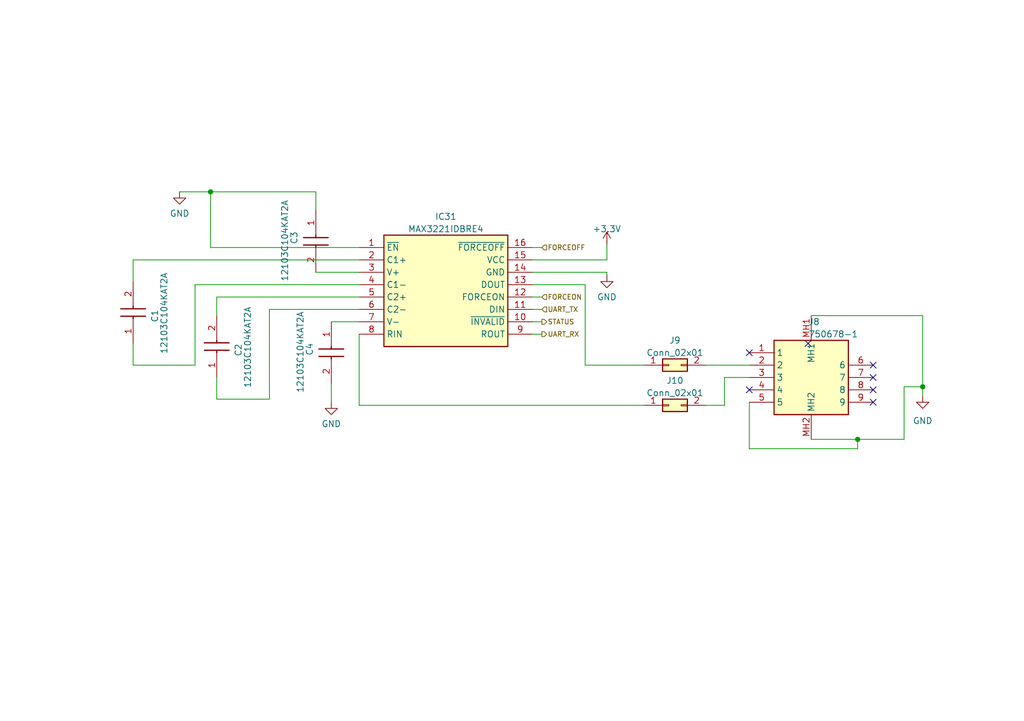
<source format=kicad_sch>
(kicad_sch (version 20230121) (generator eeschema)
  (paper "A5")
  (title_block (date "2023-04-23") (rev "1") (company "UPB - FIIR - Roboți și sisteme de producție") (comment 1 "Alexandru-Ioan Anastasiu"))
  (lib_symbols
    (symbol "12103C104KAT2A:12103C104KAT2A" (pin_names hide)
      (property "Reference" "C" (at 8.89 6.35 0))
      (property "Value" "12103C104KAT2A" (at 8.89 3.81 0))
      (symbol "12103C104KAT2A_1_1"
        (polyline (pts (xy 5.08 0) (xy 5.588 0)) (stroke (width 0.254)))
        (polyline (pts (xy 5.588 2.54) (xy 5.588 -2.54)) (stroke (width 0.254)))
        (polyline (pts (xy 7.112 0) (xy 7.62 0)) (stroke (width 0.254)))
        (polyline (pts (xy 7.112 2.54) (xy 7.112 -2.54)) (stroke (width 0.254)))
        (pin passive line (at 0 0 0) (length 5.08) (name "1") (number "1"))
        (pin passive line (at 12.7 0 180) (length 5.08) (name "2") (number "2"))
      )
    )
    (symbol "750678-1:750678-1"
      (property "Reference" "J" (at 21.59 12.7 0))
      (property "Value" "750678-1" (at 21.59 10.16 0))
      (symbol "750678-1_1_1"
        (rectangle (start 5.08 7.62) (end 20.32 -7.62) (stroke (width 0.254)) (fill (type background)))
        (pin passive line (at 17.78 12.7 270) (length 5.08) (name "1") (number "1"))
        (pin passive line (at 15.24 12.7 270) (length 5.08) (name "2") (number "2"))
        (pin passive line (at 12.7 12.7 270) (length 5.08) (name "3") (number "3"))
        (pin passive line (at 10.16 12.7 270) (length 5.08) (name "4") (number "4"))
        (pin passive line (at 7.62 12.7 270) (length 5.08) (name "5") (number "5"))
        (pin passive line (at 15.24 -12.7 90) (length 5.08) (name "6") (number "6"))
        (pin passive line (at 12.7 -12.7 90) (length 5.08) (name "7") (number "7"))
        (pin passive line (at 10.16 -12.7 90) (length 5.08) (name "8") (number "8"))
        (pin passive line (at 7.62 -12.7 90) (length 5.08) (name "9") (number "9"))
        (pin passive line (at 25.4 0 180) (length 5.08) (name "MH1") (number "MH1"))
        (pin passive line (at 0 0 0) (length 5.08) (name "MH2") (number "MH2"))
      )
    )
    (symbol "Connector_Generic:Conn_02x01" (pin_names (offset 1.016) hide)
      (property "Reference" "J" (at 1.27 2.54 0))
      (property "Value" "Conn_02x01" (at 1.27 -2.54 0))
      (symbol "Conn_02x01_1_1"
        (rectangle (start -1.27 0.127) (end 0 -0.127) (stroke (width 0.1524)))
        (rectangle (start -1.27 1.27) (end 3.81 -1.27) (stroke (width 0.254)) (fill (type background)))
        (rectangle (start 3.81 0.127) (end 2.54 -0.127) (stroke (width 0.1524)))
        (pin passive line (at -5.08 0 0) (length 3.81) (name "Pin_1") (number "1"))
        (pin passive line (at 7.62 0 180) (length 3.81) (name "Pin_2") (number "2"))
      )
    )
    (symbol "MAX3221IDBRE4:MAX3221IDBRE4"
      (property "Reference" "IC" (at 31.75 7.62 0))
      (property "Value" "MAX3221IDBRE4" (at 31.75 5.08 0))
      (symbol "MAX3221IDBRE4_1_1"
        (rectangle (start 5.08 2.54) (end 30.48 -20.32) (stroke (width 0.254)) (fill (type background)))
        (pin passive line (at 0 0 0) (length 5.08) (name "~{EN}") (number "1"))
        (pin passive line (at 35.56 -15.24 180) (length 5.08) (name "~{INVALID}") (number "10"))
        (pin passive line (at 35.56 -12.7 180) (length 5.08) (name "DIN") (number "11"))
        (pin passive line (at 35.56 -10.16 180) (length 5.08) (name "FORCEON") (number "12"))
        (pin passive line (at 35.56 -7.62 180) (length 5.08) (name "DOUT") (number "13"))
        (pin passive line (at 35.56 -5.08 180) (length 5.08) (name "GND") (number "14"))
        (pin passive line (at 35.56 -2.54 180) (length 5.08) (name "VCC") (number "15"))
        (pin passive line (at 35.56 0 180) (length 5.08) (name "~{FORCEOFF}") (number "16"))
        (pin passive line (at 0 -2.54 0) (length 5.08) (name "C1+") (number "2"))
        (pin passive line (at 0 -5.08 0) (length 5.08) (name "V+") (number "3"))
        (pin passive line (at 0 -7.62 0) (length 5.08) (name "C1-") (number "4"))
        (pin passive line (at 0 -10.16 0) (length 5.08) (name "C2+") (number "5"))
        (pin passive line (at 0 -12.7 0) (length 5.08) (name "C2-") (number "6"))
        (pin passive line (at 0 -15.24 0) (length 5.08) (name "V-") (number "7"))
        (pin passive line (at 0 -17.78 0) (length 5.08) (name "RIN") (number "8"))
        (pin passive line (at 35.56 -17.78 180) (length 5.08) (name "ROUT") (number "9"))
      )
    )
    (symbol "power:+3.3V" (power) (pin_names (offset 0))
      (property "Value" "+3.3V" (at 0 3.556 0))
      (symbol "+3.3V_0_1"
        (polyline (pts (xy -0.762 1.27) (xy 0 2.54)))
        (polyline (pts (xy 0 0) (xy 0 2.54)))
        (polyline (pts (xy 0 2.54) (xy 0.762 1.27)))
      )
      (symbol "+3.3V_1_1"
        (pin power_in line (at 0 0 90) (length 0) hide (name "+3.3V") (number "1"))
      )
    )
    (symbol "power:GND" (power) (pin_names (offset 0))
      (property "Value" "GND" (at 0 -3.81 0))
      (symbol "GND_0_1"
        (polyline (pts (xy 0 0) (xy 0 -1.27) (xy 1.27 -1.27) (xy 0 -2.54) (xy -1.27 -1.27) (xy 0 -1.27)))
      )
      (symbol "GND_1_1"
        (pin power_in line (at 0 0 270) (length 0) hide (name "GND") (number "1"))
      )
    )
  )
  (junction (at 43.18 39.37))
  (junction (at 189.23 79.375))
  (junction (at 175.895 90.17))
  (no_connect (at 179.07 74.93))
  (no_connect (at 153.67 72.39))
  (no_connect (at 153.67 80.01))
  (no_connect (at 179.07 82.55))
  (no_connect (at 165.735 70.485))
  (no_connect (at 179.07 80.01))
  (no_connect (at 179.07 77.47))
  (wire (pts (xy 55.245 81.915) (xy 44.45 81.915)))
  (wire (pts (xy 120.015 58.42) (xy 120.015 74.93)))
  (wire (pts (xy 148.59 77.47) (xy 148.59 83.185)))
  (wire (pts (xy 185.42 90.17) (xy 185.42 79.375)))
  (wire (pts (xy 44.45 60.96) (xy 44.45 64.77)))
  (wire (pts (xy 55.245 81.915) (xy 55.245 63.5)))
  (wire (pts (xy 109.22 53.34) (xy 124.46 53.34)))
  (wire (pts (xy 43.18 39.37) (xy 36.83 39.37)))
  (wire (pts (xy 153.67 82.55) (xy 153.67 92.075)))
  (wire (pts (xy 120.015 74.93) (xy 132.08 74.93)))
  (wire (pts (xy 73.66 58.42) (xy 40.005 58.42)))
  (wire (pts (xy 109.22 66.04) (xy 111.125 66.04)))
  (wire (pts (xy 124.46 50.165) (xy 124.46 53.34)))
  (wire (pts (xy 109.22 55.88) (xy 124.46 55.88)))
  (wire (pts (xy 148.59 83.185) (xy 144.78 83.185)))
  (wire (pts (xy 175.895 90.17) (xy 185.42 90.17)))
  (wire (pts (xy 189.23 79.375) (xy 189.23 81.28)))
  (wire (pts (xy 175.895 90.17) (xy 175.895 92.075)))
  (wire (pts (xy 67.945 78.74) (xy 67.945 82.55)))
  (wire (pts (xy 43.18 39.37) (xy 43.18 50.8)))
  (wire (pts (xy 73.66 68.58) (xy 73.66 83.185)))
  (wire (pts (xy 27.305 53.34) (xy 27.305 57.785)))
  (wire (pts (xy 67.945 66.04) (xy 73.66 66.04)))
  (wire (pts (xy 40.005 58.42) (xy 40.005 74.93)))
  (wire (pts (xy 111.125 63.5) (xy 109.22 63.5)))
  (wire (pts (xy 109.22 58.42) (xy 120.015 58.42)))
  (wire (pts (xy 124.46 55.88) (xy 124.46 56.515)))
  (wire (pts (xy 73.66 60.96) (xy 44.45 60.96)))
  (wire (pts (xy 64.77 39.37) (xy 43.18 39.37)))
  (wire (pts (xy 166.37 90.17) (xy 175.895 90.17)))
  (wire (pts (xy 111.125 68.58) (xy 109.22 68.58)))
  (wire (pts (xy 185.42 79.375) (xy 189.23 79.375)))
  (wire (pts (xy 55.245 63.5) (xy 73.66 63.5)))
  (wire (pts (xy 109.22 50.8) (xy 111.125 50.8)))
  (wire (pts (xy 153.67 92.075) (xy 175.895 92.075)))
  (wire (pts (xy 27.305 74.93) (xy 27.305 70.485)))
  (wire (pts (xy 132.08 83.185) (xy 73.66 83.185)))
  (wire (pts (xy 44.45 81.915) (xy 44.45 77.47)))
  (wire (pts (xy 73.66 53.34) (xy 27.305 53.34)))
  (wire (pts (xy 153.67 77.47) (xy 148.59 77.47)))
  (wire (pts (xy 40.005 74.93) (xy 27.305 74.93)))
  (wire (pts (xy 166.37 64.77) (xy 189.23 64.77)))
  (wire (pts (xy 109.22 60.96) (xy 111.125 60.96)))
  (wire (pts (xy 64.77 55.88) (xy 73.66 55.88)))
  (wire (pts (xy 189.23 64.77) (xy 189.23 79.375)))
  (wire (pts (xy 144.78 74.93) (xy 153.67 74.93)))
  (wire (pts (xy 64.77 43.18) (xy 64.77 39.37)))
  (wire (pts (xy 43.18 50.8) (xy 73.66 50.8)))
  (hierarchical_label "FORCEON" (shape input) (at 111.125 60.96 0) (effects (font (size 1 1))))
  (hierarchical_label "UART_RX" (shape output) (at 111.125 68.58 0) (effects (font (size 1 1))))
  (hierarchical_label "FORCEOFF" (shape input) (at 111.125 50.8 0) (effects (font (size 1 1))))
  (hierarchical_label "STATUS" (shape output) (at 111.125 66.04 0) (effects (font (size 1 1))))
  (hierarchical_label "UART_TX" (shape input) (at 111.125 63.5 0) (effects (font (size 1 1))))
  (symbol (lib_id "power:+3.3V") (at 124.46 50.165 0) (unit 1)
    (property "Reference" "#PWR078" (effects hide))
    (property "Value" "+3.3V" (at 124.46 46.99 0))
  )
  (symbol (lib_id "12103C104KAT2A:12103C104KAT2A") (at 64.77 43.18 270) (unit 1)
    (property "Reference" "C3" (at 60.325 50.165 0) (effects (justify right)))
    (property "Value" "12103C104KAT2A" (at 58.42 57.785 0) (effects (justify right)))
    (property "Footprint" "12103C104KAT2A:CAPC3325X94N" (effects hide))
    (property "Datasheet" "https://spicat.kyocera-avx.com/product/mlcc/chartview/12103C104KAT2A/DataSheet/X7R" (effects hide))
    (property "Height" "0.94" (effects hide))
    (property "Mouser Part Number" "581-12103C104KAT2A" (effects hide))
    (property "Mouser Price/Stock" "https://www.mouser.com/ProductDetail/KYOCERA-AVX/12103C104KAT2A?qs=dphvWaqby2E6/NcYQlvyEQ==" (effects hide))
    (property "Manufacturer_Name" "AVX" (effects hide))
    (property "Manufacturer_Part_Number" "12103C104KAT2A" (effects hide))
  )
  (symbol (lib_id "power:GND") (at 36.83 39.37 0) (unit 1)
    (property "Reference" "#PWR082" (effects hide))
    (property "Value" "GND" (at 36.83 43.815 0))
  )
  (symbol (lib_id "12103C104KAT2A:12103C104KAT2A") (at 27.305 70.485 90) (unit 1)
    (property "Reference" "C1" (at 31.75 63.5 0) (effects (justify right)))
    (property "Value" "12103C104KAT2A" (at 33.655 55.88 0) (effects (justify right)))
    (property "Footprint" "12103C104KAT2A:CAPC3325X94N" (effects hide))
    (property "Datasheet" "https://spicat.kyocera-avx.com/product/mlcc/chartview/12103C104KAT2A/DataSheet/X7R" (effects hide))
    (property "Height" "0.94" (effects hide))
    (property "Mouser Part Number" "581-12103C104KAT2A" (effects hide))
    (property "Mouser Price/Stock" "https://www.mouser.com/ProductDetail/KYOCERA-AVX/12103C104KAT2A?qs=dphvWaqby2E6/NcYQlvyEQ==" (effects hide))
    (property "Manufacturer_Name" "AVX" (effects hide))
    (property "Manufacturer_Part_Number" "12103C104KAT2A" (effects hide))
  )
  (symbol (lib_id "power:GND") (at 124.46 56.515 0) (unit 1)
    (property "Reference" "#PWR0115" (effects hide))
    (property "Value" "GND" (at 124.46 60.96 0))
  )
  (symbol (lib_id "750678-1:750678-1") (at 166.37 90.17 90) (unit 1)
    (property "Reference" "J8" (at 165.7603 66.04 90) (effects (justify right)))
    (property "Value" "750678-1" (at 165.7603 68.58 90) (effects (justify right)))
    (property "Footprint" "750678-1:7506781" (effects hide))
    (property "Datasheet" "https://www.te.com/commerce/DocumentDelivery/DDEController?Action=showdoc&DocId=Customer+Drawing%7F750678%7FJ%7Fpdf%7FEnglish%7FENG_CD_750678_J.pdf%7F750678-1" (effects hide))
    (property "Height" "14.71" (effects hide))
    (property "Mouser Part Number" "571-7506781" (effects hide))
    (property "Mouser Price/Stock" "https://www.mouser.co.uk/ProductDetail/TE-Connectivity/750678-1?qs=d5w0Orft5ToNQPwAt933DQ%3D%3D" (effects hide))
    (property "Manufacturer_Name" "TE Connectivity" (effects hide))
    (property "Manufacturer_Part_Number" "750678-1" (effects hide))
  )
  (symbol (lib_id "12103C104KAT2A:12103C104KAT2A") (at 67.945 66.04 270) (unit 1)
    (property "Reference" "C4" (at 63.5 73.025 0) (effects (justify right)))
    (property "Value" "12103C104KAT2A" (at 61.595 80.645 0) (effects (justify right)))
    (property "Footprint" "12103C104KAT2A:CAPC3325X94N" (effects hide))
    (property "Datasheet" "https://spicat.kyocera-avx.com/product/mlcc/chartview/12103C104KAT2A/DataSheet/X7R" (effects hide))
    (property "Height" "0.94" (effects hide))
    (property "Mouser Part Number" "581-12103C104KAT2A" (effects hide))
    (property "Mouser Price/Stock" "https://www.mouser.com/ProductDetail/KYOCERA-AVX/12103C104KAT2A?qs=dphvWaqby2E6/NcYQlvyEQ==" (effects hide))
    (property "Manufacturer_Name" "AVX" (effects hide))
    (property "Manufacturer_Part_Number" "12103C104KAT2A" (effects hide))
  )
  (symbol (lib_id "power:GND") (at 67.945 82.55 0) (unit 1)
    (property "Reference" "#PWR083" (effects hide))
    (property "Value" "GND" (at 67.945 86.995 0))
  )
  (symbol (lib_id "MAX3221IDBRE4:MAX3221IDBRE4") (at 73.66 50.8 0) (unit 1)
    (property "Reference" "IC31" (at 91.44 44.45 0))
    (property "Value" "MAX3221IDBRE4" (at 91.44 46.99 0))
    (property "Footprint" "MAX3221IDBRE4:SOP65P780X200-16N" (effects hide))
    (property "Datasheet" "https://www.ti.com/lit/ds/symlink/max3221.pdf?HQS=dis-dk-null-digikeymode-dsf-pf-null-wwe&ts=1633688559087&ref_url=https%253A%252F%252Fwww.ti.com%252Fgeneral%252Fdocs%252Fsuppproductinfo.tsp%253FdistId%253D10%2526gotoUrl%253Dhttps%253A%252F%252Fwww.ti.com" (effects hide))
    (property "Height" "2" (effects hide))
    (property "Mouser Part Number" "595-MAX3221IDBRE4" (effects hide))
    (property "Mouser Price/Stock" "https://www.mouser.co.uk/ProductDetail/Texas-Instruments/MAX3221IDBRE4?qs=paYhMW8qfivuR7amYjyjVg%3D%3D" (effects hide))
    (property "Manufacturer_Name" "Texas Instruments" (effects hide))
    (property "Manufacturer_Part_Number" "MAX3221IDBRE4" (effects hide))
  )
  (symbol (lib_id "Connector_Generic:Conn_02x01") (at 137.16 83.185 0) (unit 1)
    (property "Reference" "J10" (at 138.43 78.105 0))
    (property "Value" "Conn_02x01" (at 138.43 80.645 0))
    (property "Footprint" "Connector_PinHeader_2.54mm:PinHeader_2x01_P2.54mm_Vertical" (effects hide))
  )
  (symbol (lib_id "Connector_Generic:Conn_02x01") (at 137.16 74.93 0) (unit 1)
    (property "Reference" "J9" (at 138.43 69.85 0))
    (property "Value" "Conn_02x01" (at 138.43 72.39 0))
    (property "Footprint" "Connector_PinHeader_2.54mm:PinHeader_2x01_P2.54mm_Vertical" (effects hide))
  )
  (symbol (lib_id "12103C104KAT2A:12103C104KAT2A") (at 44.45 77.47 90) (unit 1)
    (property "Reference" "C2" (at 48.895 70.485 0) (effects (justify right)))
    (property "Value" "12103C104KAT2A" (at 50.8 62.865 0) (effects (justify right)))
    (property "Footprint" "12103C104KAT2A:CAPC3325X94N" (effects hide))
    (property "Datasheet" "https://spicat.kyocera-avx.com/product/mlcc/chartview/12103C104KAT2A/DataSheet/X7R" (effects hide))
    (property "Height" "0.94" (effects hide))
    (property "Mouser Part Number" "581-12103C104KAT2A" (effects hide))
    (property "Mouser Price/Stock" "https://www.mouser.com/ProductDetail/KYOCERA-AVX/12103C104KAT2A?qs=dphvWaqby2E6/NcYQlvyEQ==" (effects hide))
    (property "Manufacturer_Name" "AVX" (effects hide))
    (property "Manufacturer_Part_Number" "12103C104KAT2A" (effects hide))
  )
  (symbol (lib_id "power:GND") (at 189.23 81.28 0) (unit 1)
    (property "Reference" "#PWR0117" (effects hide))
    (property "Value" "GND" (at 189.23 86.36 0))
    (instances (project "PLC-CIM" (path "" (reference "#PWR0117") (unit 1)) (path "" (reference "#PWR081") (unit 1))))
  )
)
</source>
